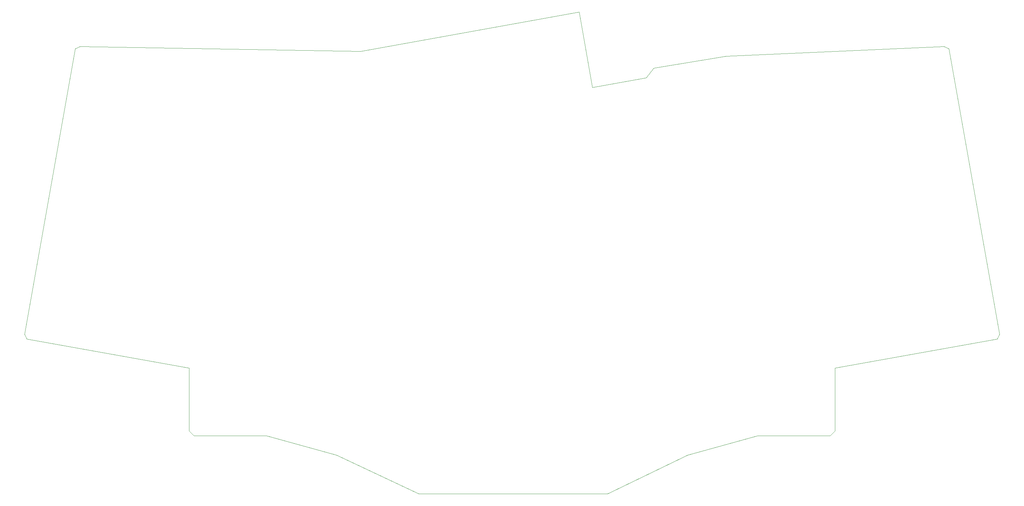
<source format=gm1>
%TF.GenerationSoftware,KiCad,Pcbnew,(5.1.12)-1*%
%TF.CreationDate,2022-03-16T07:25:32-05:00*%
%TF.ProjectId,keyboard_CarrasTech,6b657962-6f61-4726-945f-436172726173,rev?*%
%TF.SameCoordinates,Original*%
%TF.FileFunction,Profile,NP*%
%FSLAX46Y46*%
G04 Gerber Fmt 4.6, Leading zero omitted, Abs format (unit mm)*
G04 Created by KiCad (PCBNEW (5.1.12)-1) date 2022-03-16 07:25:32*
%MOMM*%
%LPD*%
G01*
G04 APERTURE LIST*
%TA.AperFunction,Profile*%
%ADD10C,0.050000*%
%TD*%
G04 APERTURE END LIST*
D10*
X232410000Y-130810000D02*
X233680000Y-129540000D01*
X102870000Y-135890000D02*
X124460000Y-146050000D01*
X84455000Y-130810000D02*
X102870000Y-135890000D01*
X65405000Y-130810000D02*
X84455000Y-130810000D01*
X64135000Y-129540000D02*
X65405000Y-130810000D01*
X64135000Y-113030000D02*
X64135000Y-129540000D01*
X21590000Y-105410000D02*
X64135000Y-113030000D01*
X20955000Y-104140000D02*
X21590000Y-105410000D01*
X34290000Y-29210000D02*
X20955000Y-104140000D01*
X35560000Y-28575000D02*
X34290000Y-29210000D01*
X109220000Y-29845000D02*
X35560000Y-28575000D01*
X166497000Y-19558000D02*
X109220000Y-29845000D01*
X169989500Y-39306500D02*
X166497000Y-19558000D01*
X184150000Y-36830000D02*
X169989500Y-39306500D01*
X186055000Y-34290000D02*
X184150000Y-36830000D01*
X205105000Y-31115000D02*
X186055000Y-34290000D01*
X262255000Y-28575000D02*
X205105000Y-31115000D01*
X263525000Y-29210000D02*
X262255000Y-28575000D01*
X276860000Y-104140000D02*
X263525000Y-29210000D01*
X276225000Y-105410000D02*
X276860000Y-104140000D01*
X233680000Y-113030000D02*
X276225000Y-105410000D01*
X233680000Y-129540000D02*
X233680000Y-113030000D01*
X213360000Y-130810000D02*
X232410000Y-130810000D01*
X194945000Y-135890000D02*
X213360000Y-130810000D01*
X173990000Y-146050000D02*
X194945000Y-135890000D01*
X124460000Y-146050000D02*
X173990000Y-146050000D01*
M02*

</source>
